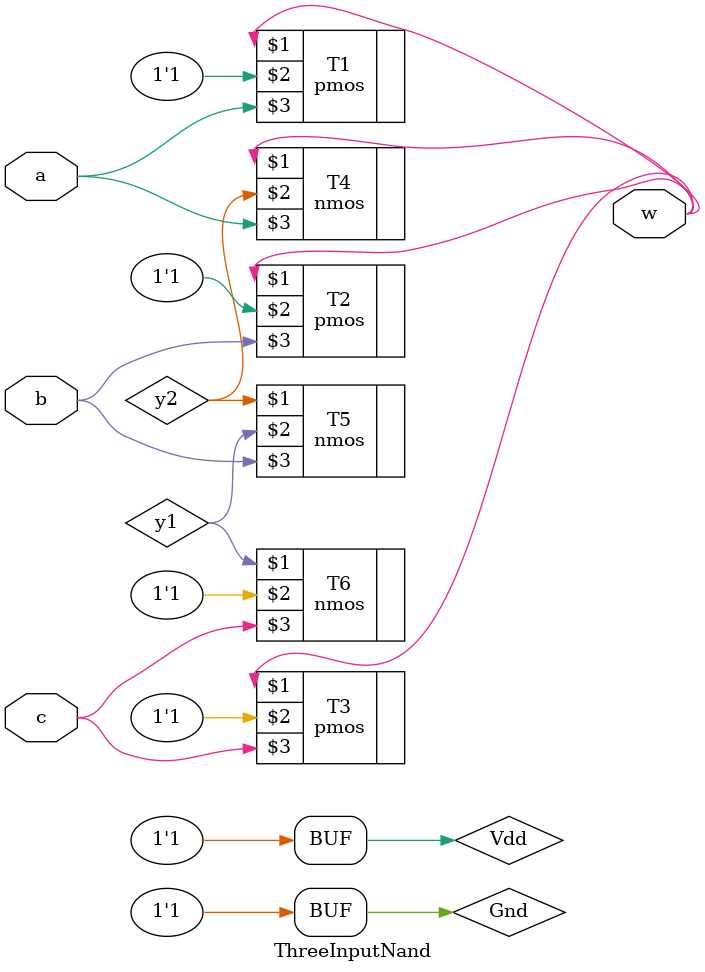
<source format=v>
`timescale 1ns/1ns

module ThreeInputNand(input a,b,c, output w);
    supply1 Vdd;
    supply1 Gnd;

    wire y1,y2;
    pmos #(5,6,7) T1(w,Vdd,a), T2(w,Vdd,b), T3(w,Vdd,c);
    nmos #(3,4,5) T4(w,y2,a), T5(y2,y1,b), T6(y1,Gnd,c);
endmodule
</source>
